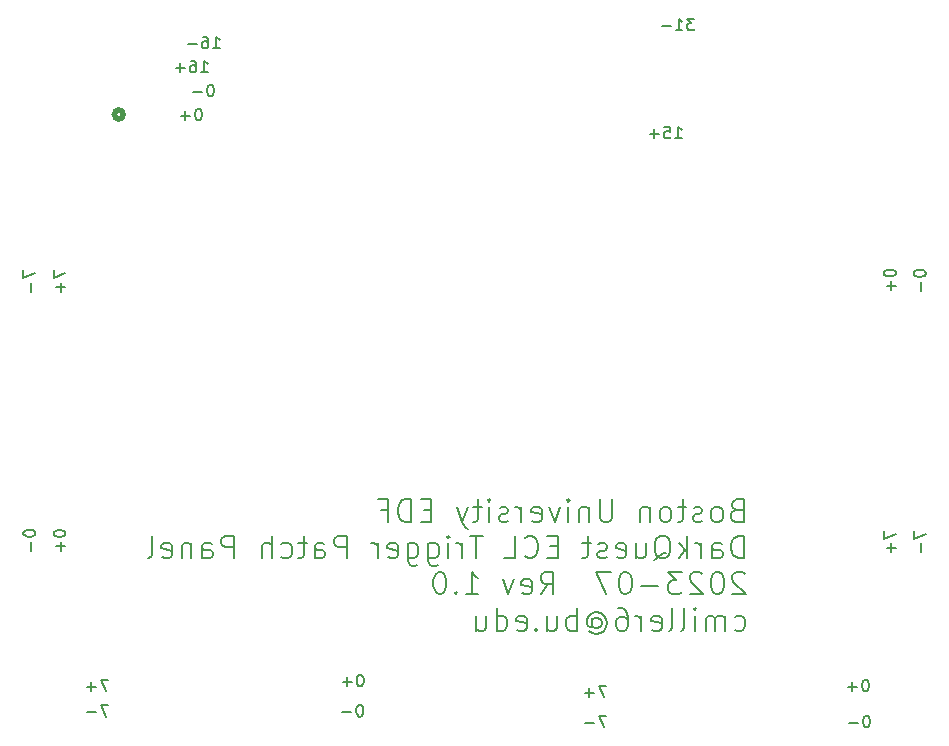
<source format=gbr>
%TF.GenerationSoftware,KiCad,Pcbnew,7.0.5-0*%
%TF.CreationDate,2023-07-18T13:45:43-04:00*%
%TF.ProjectId,quad_sipm,71756164-5f73-4697-906d-2e6b69636164,rev?*%
%TF.SameCoordinates,Original*%
%TF.FileFunction,Legend,Bot*%
%TF.FilePolarity,Positive*%
%FSLAX46Y46*%
G04 Gerber Fmt 4.6, Leading zero omitted, Abs format (unit mm)*
G04 Created by KiCad (PCBNEW 7.0.5-0) date 2023-07-18 13:45:43*
%MOMM*%
%LPD*%
G01*
G04 APERTURE LIST*
%ADD10C,0.150000*%
%ADD11C,0.203200*%
%ADD12C,0.508000*%
G04 APERTURE END LIST*
D10*
X118630458Y-59321819D02*
X118011411Y-59321819D01*
X118011411Y-59321819D02*
X118344744Y-59702771D01*
X118344744Y-59702771D02*
X118201887Y-59702771D01*
X118201887Y-59702771D02*
X118106649Y-59750390D01*
X118106649Y-59750390D02*
X118059030Y-59798009D01*
X118059030Y-59798009D02*
X118011411Y-59893247D01*
X118011411Y-59893247D02*
X118011411Y-60131342D01*
X118011411Y-60131342D02*
X118059030Y-60226580D01*
X118059030Y-60226580D02*
X118106649Y-60274200D01*
X118106649Y-60274200D02*
X118201887Y-60321819D01*
X118201887Y-60321819D02*
X118487601Y-60321819D01*
X118487601Y-60321819D02*
X118582839Y-60274200D01*
X118582839Y-60274200D02*
X118630458Y-60226580D01*
X117059030Y-60321819D02*
X117630458Y-60321819D01*
X117344744Y-60321819D02*
X117344744Y-59321819D01*
X117344744Y-59321819D02*
X117439982Y-59464676D01*
X117439982Y-59464676D02*
X117535220Y-59559914D01*
X117535220Y-59559914D02*
X117630458Y-59607533D01*
X116630458Y-59940866D02*
X115868554Y-59940866D01*
X116995411Y-69465819D02*
X117566839Y-69465819D01*
X117281125Y-69465819D02*
X117281125Y-68465819D01*
X117281125Y-68465819D02*
X117376363Y-68608676D01*
X117376363Y-68608676D02*
X117471601Y-68703914D01*
X117471601Y-68703914D02*
X117566839Y-68751533D01*
X116090649Y-68465819D02*
X116566839Y-68465819D01*
X116566839Y-68465819D02*
X116614458Y-68942009D01*
X116614458Y-68942009D02*
X116566839Y-68894390D01*
X116566839Y-68894390D02*
X116471601Y-68846771D01*
X116471601Y-68846771D02*
X116233506Y-68846771D01*
X116233506Y-68846771D02*
X116138268Y-68894390D01*
X116138268Y-68894390D02*
X116090649Y-68942009D01*
X116090649Y-68942009D02*
X116043030Y-69037247D01*
X116043030Y-69037247D02*
X116043030Y-69275342D01*
X116043030Y-69275342D02*
X116090649Y-69370580D01*
X116090649Y-69370580D02*
X116138268Y-69418200D01*
X116138268Y-69418200D02*
X116233506Y-69465819D01*
X116233506Y-69465819D02*
X116471601Y-69465819D01*
X116471601Y-69465819D02*
X116566839Y-69418200D01*
X116566839Y-69418200D02*
X116614458Y-69370580D01*
X115614458Y-69084866D02*
X114852554Y-69084866D01*
X115233506Y-69465819D02*
X115233506Y-68703914D01*
X77879411Y-61845819D02*
X78450839Y-61845819D01*
X78165125Y-61845819D02*
X78165125Y-60845819D01*
X78165125Y-60845819D02*
X78260363Y-60988676D01*
X78260363Y-60988676D02*
X78355601Y-61083914D01*
X78355601Y-61083914D02*
X78450839Y-61131533D01*
X77022268Y-60845819D02*
X77212744Y-60845819D01*
X77212744Y-60845819D02*
X77307982Y-60893438D01*
X77307982Y-60893438D02*
X77355601Y-60941057D01*
X77355601Y-60941057D02*
X77450839Y-61083914D01*
X77450839Y-61083914D02*
X77498458Y-61274390D01*
X77498458Y-61274390D02*
X77498458Y-61655342D01*
X77498458Y-61655342D02*
X77450839Y-61750580D01*
X77450839Y-61750580D02*
X77403220Y-61798200D01*
X77403220Y-61798200D02*
X77307982Y-61845819D01*
X77307982Y-61845819D02*
X77117506Y-61845819D01*
X77117506Y-61845819D02*
X77022268Y-61798200D01*
X77022268Y-61798200D02*
X76974649Y-61750580D01*
X76974649Y-61750580D02*
X76927030Y-61655342D01*
X76927030Y-61655342D02*
X76927030Y-61417247D01*
X76927030Y-61417247D02*
X76974649Y-61322009D01*
X76974649Y-61322009D02*
X77022268Y-61274390D01*
X77022268Y-61274390D02*
X77117506Y-61226771D01*
X77117506Y-61226771D02*
X77307982Y-61226771D01*
X77307982Y-61226771D02*
X77403220Y-61274390D01*
X77403220Y-61274390D02*
X77450839Y-61322009D01*
X77450839Y-61322009D02*
X77498458Y-61417247D01*
X76498458Y-61464866D02*
X75736554Y-61464866D01*
X76863411Y-63877819D02*
X77434839Y-63877819D01*
X77149125Y-63877819D02*
X77149125Y-62877819D01*
X77149125Y-62877819D02*
X77244363Y-63020676D01*
X77244363Y-63020676D02*
X77339601Y-63115914D01*
X77339601Y-63115914D02*
X77434839Y-63163533D01*
X76006268Y-62877819D02*
X76196744Y-62877819D01*
X76196744Y-62877819D02*
X76291982Y-62925438D01*
X76291982Y-62925438D02*
X76339601Y-62973057D01*
X76339601Y-62973057D02*
X76434839Y-63115914D01*
X76434839Y-63115914D02*
X76482458Y-63306390D01*
X76482458Y-63306390D02*
X76482458Y-63687342D01*
X76482458Y-63687342D02*
X76434839Y-63782580D01*
X76434839Y-63782580D02*
X76387220Y-63830200D01*
X76387220Y-63830200D02*
X76291982Y-63877819D01*
X76291982Y-63877819D02*
X76101506Y-63877819D01*
X76101506Y-63877819D02*
X76006268Y-63830200D01*
X76006268Y-63830200D02*
X75958649Y-63782580D01*
X75958649Y-63782580D02*
X75911030Y-63687342D01*
X75911030Y-63687342D02*
X75911030Y-63449247D01*
X75911030Y-63449247D02*
X75958649Y-63354009D01*
X75958649Y-63354009D02*
X76006268Y-63306390D01*
X76006268Y-63306390D02*
X76101506Y-63258771D01*
X76101506Y-63258771D02*
X76291982Y-63258771D01*
X76291982Y-63258771D02*
X76387220Y-63306390D01*
X76387220Y-63306390D02*
X76434839Y-63354009D01*
X76434839Y-63354009D02*
X76482458Y-63449247D01*
X75482458Y-63496866D02*
X74720554Y-63496866D01*
X75101506Y-63877819D02*
X75101506Y-63115914D01*
X77704744Y-64909819D02*
X77609506Y-64909819D01*
X77609506Y-64909819D02*
X77514268Y-64957438D01*
X77514268Y-64957438D02*
X77466649Y-65005057D01*
X77466649Y-65005057D02*
X77419030Y-65100295D01*
X77419030Y-65100295D02*
X77371411Y-65290771D01*
X77371411Y-65290771D02*
X77371411Y-65528866D01*
X77371411Y-65528866D02*
X77419030Y-65719342D01*
X77419030Y-65719342D02*
X77466649Y-65814580D01*
X77466649Y-65814580D02*
X77514268Y-65862200D01*
X77514268Y-65862200D02*
X77609506Y-65909819D01*
X77609506Y-65909819D02*
X77704744Y-65909819D01*
X77704744Y-65909819D02*
X77799982Y-65862200D01*
X77799982Y-65862200D02*
X77847601Y-65814580D01*
X77847601Y-65814580D02*
X77895220Y-65719342D01*
X77895220Y-65719342D02*
X77942839Y-65528866D01*
X77942839Y-65528866D02*
X77942839Y-65290771D01*
X77942839Y-65290771D02*
X77895220Y-65100295D01*
X77895220Y-65100295D02*
X77847601Y-65005057D01*
X77847601Y-65005057D02*
X77799982Y-64957438D01*
X77799982Y-64957438D02*
X77704744Y-64909819D01*
X76942839Y-65528866D02*
X76180935Y-65528866D01*
X76688744Y-66941819D02*
X76593506Y-66941819D01*
X76593506Y-66941819D02*
X76498268Y-66989438D01*
X76498268Y-66989438D02*
X76450649Y-67037057D01*
X76450649Y-67037057D02*
X76403030Y-67132295D01*
X76403030Y-67132295D02*
X76355411Y-67322771D01*
X76355411Y-67322771D02*
X76355411Y-67560866D01*
X76355411Y-67560866D02*
X76403030Y-67751342D01*
X76403030Y-67751342D02*
X76450649Y-67846580D01*
X76450649Y-67846580D02*
X76498268Y-67894200D01*
X76498268Y-67894200D02*
X76593506Y-67941819D01*
X76593506Y-67941819D02*
X76688744Y-67941819D01*
X76688744Y-67941819D02*
X76783982Y-67894200D01*
X76783982Y-67894200D02*
X76831601Y-67846580D01*
X76831601Y-67846580D02*
X76879220Y-67751342D01*
X76879220Y-67751342D02*
X76926839Y-67560866D01*
X76926839Y-67560866D02*
X76926839Y-67322771D01*
X76926839Y-67322771D02*
X76879220Y-67132295D01*
X76879220Y-67132295D02*
X76831601Y-67037057D01*
X76831601Y-67037057D02*
X76783982Y-66989438D01*
X76783982Y-66989438D02*
X76688744Y-66941819D01*
X75926839Y-67560866D02*
X75164935Y-67560866D01*
X75545887Y-67941819D02*
X75545887Y-67179914D01*
D11*
X122221744Y-100936290D02*
X121949601Y-101027004D01*
X121949601Y-101027004D02*
X121858887Y-101117718D01*
X121858887Y-101117718D02*
X121768173Y-101299147D01*
X121768173Y-101299147D02*
X121768173Y-101571290D01*
X121768173Y-101571290D02*
X121858887Y-101752718D01*
X121858887Y-101752718D02*
X121949601Y-101843433D01*
X121949601Y-101843433D02*
X122131030Y-101934147D01*
X122131030Y-101934147D02*
X122856744Y-101934147D01*
X122856744Y-101934147D02*
X122856744Y-100029147D01*
X122856744Y-100029147D02*
X122221744Y-100029147D01*
X122221744Y-100029147D02*
X122040316Y-100119861D01*
X122040316Y-100119861D02*
X121949601Y-100210575D01*
X121949601Y-100210575D02*
X121858887Y-100392004D01*
X121858887Y-100392004D02*
X121858887Y-100573433D01*
X121858887Y-100573433D02*
X121949601Y-100754861D01*
X121949601Y-100754861D02*
X122040316Y-100845575D01*
X122040316Y-100845575D02*
X122221744Y-100936290D01*
X122221744Y-100936290D02*
X122856744Y-100936290D01*
X120679601Y-101934147D02*
X120861030Y-101843433D01*
X120861030Y-101843433D02*
X120951744Y-101752718D01*
X120951744Y-101752718D02*
X121042458Y-101571290D01*
X121042458Y-101571290D02*
X121042458Y-101027004D01*
X121042458Y-101027004D02*
X120951744Y-100845575D01*
X120951744Y-100845575D02*
X120861030Y-100754861D01*
X120861030Y-100754861D02*
X120679601Y-100664147D01*
X120679601Y-100664147D02*
X120407458Y-100664147D01*
X120407458Y-100664147D02*
X120226030Y-100754861D01*
X120226030Y-100754861D02*
X120135316Y-100845575D01*
X120135316Y-100845575D02*
X120044601Y-101027004D01*
X120044601Y-101027004D02*
X120044601Y-101571290D01*
X120044601Y-101571290D02*
X120135316Y-101752718D01*
X120135316Y-101752718D02*
X120226030Y-101843433D01*
X120226030Y-101843433D02*
X120407458Y-101934147D01*
X120407458Y-101934147D02*
X120679601Y-101934147D01*
X119318887Y-101843433D02*
X119137459Y-101934147D01*
X119137459Y-101934147D02*
X118774602Y-101934147D01*
X118774602Y-101934147D02*
X118593173Y-101843433D01*
X118593173Y-101843433D02*
X118502459Y-101662004D01*
X118502459Y-101662004D02*
X118502459Y-101571290D01*
X118502459Y-101571290D02*
X118593173Y-101389861D01*
X118593173Y-101389861D02*
X118774602Y-101299147D01*
X118774602Y-101299147D02*
X119046745Y-101299147D01*
X119046745Y-101299147D02*
X119228173Y-101208433D01*
X119228173Y-101208433D02*
X119318887Y-101027004D01*
X119318887Y-101027004D02*
X119318887Y-100936290D01*
X119318887Y-100936290D02*
X119228173Y-100754861D01*
X119228173Y-100754861D02*
X119046745Y-100664147D01*
X119046745Y-100664147D02*
X118774602Y-100664147D01*
X118774602Y-100664147D02*
X118593173Y-100754861D01*
X117958173Y-100664147D02*
X117232459Y-100664147D01*
X117686030Y-100029147D02*
X117686030Y-101662004D01*
X117686030Y-101662004D02*
X117595316Y-101843433D01*
X117595316Y-101843433D02*
X117413887Y-101934147D01*
X117413887Y-101934147D02*
X117232459Y-101934147D01*
X116325316Y-101934147D02*
X116506745Y-101843433D01*
X116506745Y-101843433D02*
X116597459Y-101752718D01*
X116597459Y-101752718D02*
X116688173Y-101571290D01*
X116688173Y-101571290D02*
X116688173Y-101027004D01*
X116688173Y-101027004D02*
X116597459Y-100845575D01*
X116597459Y-100845575D02*
X116506745Y-100754861D01*
X116506745Y-100754861D02*
X116325316Y-100664147D01*
X116325316Y-100664147D02*
X116053173Y-100664147D01*
X116053173Y-100664147D02*
X115871745Y-100754861D01*
X115871745Y-100754861D02*
X115781031Y-100845575D01*
X115781031Y-100845575D02*
X115690316Y-101027004D01*
X115690316Y-101027004D02*
X115690316Y-101571290D01*
X115690316Y-101571290D02*
X115781031Y-101752718D01*
X115781031Y-101752718D02*
X115871745Y-101843433D01*
X115871745Y-101843433D02*
X116053173Y-101934147D01*
X116053173Y-101934147D02*
X116325316Y-101934147D01*
X114873888Y-100664147D02*
X114873888Y-101934147D01*
X114873888Y-100845575D02*
X114783174Y-100754861D01*
X114783174Y-100754861D02*
X114601745Y-100664147D01*
X114601745Y-100664147D02*
X114329602Y-100664147D01*
X114329602Y-100664147D02*
X114148174Y-100754861D01*
X114148174Y-100754861D02*
X114057460Y-100936290D01*
X114057460Y-100936290D02*
X114057460Y-101934147D01*
X111698888Y-100029147D02*
X111698888Y-101571290D01*
X111698888Y-101571290D02*
X111608174Y-101752718D01*
X111608174Y-101752718D02*
X111517460Y-101843433D01*
X111517460Y-101843433D02*
X111336031Y-101934147D01*
X111336031Y-101934147D02*
X110973174Y-101934147D01*
X110973174Y-101934147D02*
X110791745Y-101843433D01*
X110791745Y-101843433D02*
X110701031Y-101752718D01*
X110701031Y-101752718D02*
X110610317Y-101571290D01*
X110610317Y-101571290D02*
X110610317Y-100029147D01*
X109703174Y-100664147D02*
X109703174Y-101934147D01*
X109703174Y-100845575D02*
X109612460Y-100754861D01*
X109612460Y-100754861D02*
X109431031Y-100664147D01*
X109431031Y-100664147D02*
X109158888Y-100664147D01*
X109158888Y-100664147D02*
X108977460Y-100754861D01*
X108977460Y-100754861D02*
X108886746Y-100936290D01*
X108886746Y-100936290D02*
X108886746Y-101934147D01*
X107979603Y-101934147D02*
X107979603Y-100664147D01*
X107979603Y-100029147D02*
X108070317Y-100119861D01*
X108070317Y-100119861D02*
X107979603Y-100210575D01*
X107979603Y-100210575D02*
X107888889Y-100119861D01*
X107888889Y-100119861D02*
X107979603Y-100029147D01*
X107979603Y-100029147D02*
X107979603Y-100210575D01*
X107253889Y-100664147D02*
X106800317Y-101934147D01*
X106800317Y-101934147D02*
X106346746Y-100664147D01*
X104895317Y-101843433D02*
X105076745Y-101934147D01*
X105076745Y-101934147D02*
X105439603Y-101934147D01*
X105439603Y-101934147D02*
X105621031Y-101843433D01*
X105621031Y-101843433D02*
X105711745Y-101662004D01*
X105711745Y-101662004D02*
X105711745Y-100936290D01*
X105711745Y-100936290D02*
X105621031Y-100754861D01*
X105621031Y-100754861D02*
X105439603Y-100664147D01*
X105439603Y-100664147D02*
X105076745Y-100664147D01*
X105076745Y-100664147D02*
X104895317Y-100754861D01*
X104895317Y-100754861D02*
X104804603Y-100936290D01*
X104804603Y-100936290D02*
X104804603Y-101117718D01*
X104804603Y-101117718D02*
X105711745Y-101299147D01*
X103988174Y-101934147D02*
X103988174Y-100664147D01*
X103988174Y-101027004D02*
X103897460Y-100845575D01*
X103897460Y-100845575D02*
X103806746Y-100754861D01*
X103806746Y-100754861D02*
X103625317Y-100664147D01*
X103625317Y-100664147D02*
X103443888Y-100664147D01*
X102899602Y-101843433D02*
X102718174Y-101934147D01*
X102718174Y-101934147D02*
X102355317Y-101934147D01*
X102355317Y-101934147D02*
X102173888Y-101843433D01*
X102173888Y-101843433D02*
X102083174Y-101662004D01*
X102083174Y-101662004D02*
X102083174Y-101571290D01*
X102083174Y-101571290D02*
X102173888Y-101389861D01*
X102173888Y-101389861D02*
X102355317Y-101299147D01*
X102355317Y-101299147D02*
X102627460Y-101299147D01*
X102627460Y-101299147D02*
X102808888Y-101208433D01*
X102808888Y-101208433D02*
X102899602Y-101027004D01*
X102899602Y-101027004D02*
X102899602Y-100936290D01*
X102899602Y-100936290D02*
X102808888Y-100754861D01*
X102808888Y-100754861D02*
X102627460Y-100664147D01*
X102627460Y-100664147D02*
X102355317Y-100664147D01*
X102355317Y-100664147D02*
X102173888Y-100754861D01*
X101266745Y-101934147D02*
X101266745Y-100664147D01*
X101266745Y-100029147D02*
X101357459Y-100119861D01*
X101357459Y-100119861D02*
X101266745Y-100210575D01*
X101266745Y-100210575D02*
X101176031Y-100119861D01*
X101176031Y-100119861D02*
X101266745Y-100029147D01*
X101266745Y-100029147D02*
X101266745Y-100210575D01*
X100631745Y-100664147D02*
X99906031Y-100664147D01*
X100359602Y-100029147D02*
X100359602Y-101662004D01*
X100359602Y-101662004D02*
X100268888Y-101843433D01*
X100268888Y-101843433D02*
X100087459Y-101934147D01*
X100087459Y-101934147D02*
X99906031Y-101934147D01*
X99452460Y-100664147D02*
X98998888Y-101934147D01*
X98545317Y-100664147D02*
X98998888Y-101934147D01*
X98998888Y-101934147D02*
X99180317Y-102387718D01*
X99180317Y-102387718D02*
X99271031Y-102478433D01*
X99271031Y-102478433D02*
X99452460Y-102569147D01*
X96368173Y-100936290D02*
X95733173Y-100936290D01*
X95461030Y-101934147D02*
X96368173Y-101934147D01*
X96368173Y-101934147D02*
X96368173Y-100029147D01*
X96368173Y-100029147D02*
X95461030Y-100029147D01*
X94644602Y-101934147D02*
X94644602Y-100029147D01*
X94644602Y-100029147D02*
X94191031Y-100029147D01*
X94191031Y-100029147D02*
X93918888Y-100119861D01*
X93918888Y-100119861D02*
X93737459Y-100301290D01*
X93737459Y-100301290D02*
X93646745Y-100482718D01*
X93646745Y-100482718D02*
X93556031Y-100845575D01*
X93556031Y-100845575D02*
X93556031Y-101117718D01*
X93556031Y-101117718D02*
X93646745Y-101480575D01*
X93646745Y-101480575D02*
X93737459Y-101662004D01*
X93737459Y-101662004D02*
X93918888Y-101843433D01*
X93918888Y-101843433D02*
X94191031Y-101934147D01*
X94191031Y-101934147D02*
X94644602Y-101934147D01*
X92104602Y-100936290D02*
X92739602Y-100936290D01*
X92739602Y-101934147D02*
X92739602Y-100029147D01*
X92739602Y-100029147D02*
X91832459Y-100029147D01*
X122856744Y-105001197D02*
X122856744Y-103096197D01*
X122856744Y-103096197D02*
X122403173Y-103096197D01*
X122403173Y-103096197D02*
X122131030Y-103186911D01*
X122131030Y-103186911D02*
X121949601Y-103368340D01*
X121949601Y-103368340D02*
X121858887Y-103549768D01*
X121858887Y-103549768D02*
X121768173Y-103912625D01*
X121768173Y-103912625D02*
X121768173Y-104184768D01*
X121768173Y-104184768D02*
X121858887Y-104547625D01*
X121858887Y-104547625D02*
X121949601Y-104729054D01*
X121949601Y-104729054D02*
X122131030Y-104910483D01*
X122131030Y-104910483D02*
X122403173Y-105001197D01*
X122403173Y-105001197D02*
X122856744Y-105001197D01*
X120135316Y-105001197D02*
X120135316Y-104003340D01*
X120135316Y-104003340D02*
X120226030Y-103821911D01*
X120226030Y-103821911D02*
X120407458Y-103731197D01*
X120407458Y-103731197D02*
X120770316Y-103731197D01*
X120770316Y-103731197D02*
X120951744Y-103821911D01*
X120135316Y-104910483D02*
X120316744Y-105001197D01*
X120316744Y-105001197D02*
X120770316Y-105001197D01*
X120770316Y-105001197D02*
X120951744Y-104910483D01*
X120951744Y-104910483D02*
X121042458Y-104729054D01*
X121042458Y-104729054D02*
X121042458Y-104547625D01*
X121042458Y-104547625D02*
X120951744Y-104366197D01*
X120951744Y-104366197D02*
X120770316Y-104275483D01*
X120770316Y-104275483D02*
X120316744Y-104275483D01*
X120316744Y-104275483D02*
X120135316Y-104184768D01*
X119228173Y-105001197D02*
X119228173Y-103731197D01*
X119228173Y-104094054D02*
X119137459Y-103912625D01*
X119137459Y-103912625D02*
X119046745Y-103821911D01*
X119046745Y-103821911D02*
X118865316Y-103731197D01*
X118865316Y-103731197D02*
X118683887Y-103731197D01*
X118048887Y-105001197D02*
X118048887Y-103096197D01*
X117867459Y-104275483D02*
X117323173Y-105001197D01*
X117323173Y-103731197D02*
X118048887Y-104456911D01*
X115236744Y-105182625D02*
X115418173Y-105091911D01*
X115418173Y-105091911D02*
X115599601Y-104910483D01*
X115599601Y-104910483D02*
X115871744Y-104638340D01*
X115871744Y-104638340D02*
X116053173Y-104547625D01*
X116053173Y-104547625D02*
X116234601Y-104547625D01*
X116143887Y-105001197D02*
X116325316Y-104910483D01*
X116325316Y-104910483D02*
X116506744Y-104729054D01*
X116506744Y-104729054D02*
X116597458Y-104366197D01*
X116597458Y-104366197D02*
X116597458Y-103731197D01*
X116597458Y-103731197D02*
X116506744Y-103368340D01*
X116506744Y-103368340D02*
X116325316Y-103186911D01*
X116325316Y-103186911D02*
X116143887Y-103096197D01*
X116143887Y-103096197D02*
X115781030Y-103096197D01*
X115781030Y-103096197D02*
X115599601Y-103186911D01*
X115599601Y-103186911D02*
X115418173Y-103368340D01*
X115418173Y-103368340D02*
X115327458Y-103731197D01*
X115327458Y-103731197D02*
X115327458Y-104366197D01*
X115327458Y-104366197D02*
X115418173Y-104729054D01*
X115418173Y-104729054D02*
X115599601Y-104910483D01*
X115599601Y-104910483D02*
X115781030Y-105001197D01*
X115781030Y-105001197D02*
X116143887Y-105001197D01*
X113694602Y-103731197D02*
X113694602Y-105001197D01*
X114511030Y-103731197D02*
X114511030Y-104729054D01*
X114511030Y-104729054D02*
X114420316Y-104910483D01*
X114420316Y-104910483D02*
X114238887Y-105001197D01*
X114238887Y-105001197D02*
X113966744Y-105001197D01*
X113966744Y-105001197D02*
X113785316Y-104910483D01*
X113785316Y-104910483D02*
X113694602Y-104819768D01*
X112061745Y-104910483D02*
X112243173Y-105001197D01*
X112243173Y-105001197D02*
X112606031Y-105001197D01*
X112606031Y-105001197D02*
X112787459Y-104910483D01*
X112787459Y-104910483D02*
X112878173Y-104729054D01*
X112878173Y-104729054D02*
X112878173Y-104003340D01*
X112878173Y-104003340D02*
X112787459Y-103821911D01*
X112787459Y-103821911D02*
X112606031Y-103731197D01*
X112606031Y-103731197D02*
X112243173Y-103731197D01*
X112243173Y-103731197D02*
X112061745Y-103821911D01*
X112061745Y-103821911D02*
X111971031Y-104003340D01*
X111971031Y-104003340D02*
X111971031Y-104184768D01*
X111971031Y-104184768D02*
X112878173Y-104366197D01*
X111245316Y-104910483D02*
X111063888Y-105001197D01*
X111063888Y-105001197D02*
X110701031Y-105001197D01*
X110701031Y-105001197D02*
X110519602Y-104910483D01*
X110519602Y-104910483D02*
X110428888Y-104729054D01*
X110428888Y-104729054D02*
X110428888Y-104638340D01*
X110428888Y-104638340D02*
X110519602Y-104456911D01*
X110519602Y-104456911D02*
X110701031Y-104366197D01*
X110701031Y-104366197D02*
X110973174Y-104366197D01*
X110973174Y-104366197D02*
X111154602Y-104275483D01*
X111154602Y-104275483D02*
X111245316Y-104094054D01*
X111245316Y-104094054D02*
X111245316Y-104003340D01*
X111245316Y-104003340D02*
X111154602Y-103821911D01*
X111154602Y-103821911D02*
X110973174Y-103731197D01*
X110973174Y-103731197D02*
X110701031Y-103731197D01*
X110701031Y-103731197D02*
X110519602Y-103821911D01*
X109884602Y-103731197D02*
X109158888Y-103731197D01*
X109612459Y-103096197D02*
X109612459Y-104729054D01*
X109612459Y-104729054D02*
X109521745Y-104910483D01*
X109521745Y-104910483D02*
X109340316Y-105001197D01*
X109340316Y-105001197D02*
X109158888Y-105001197D01*
X107072459Y-104003340D02*
X106437459Y-104003340D01*
X106165316Y-105001197D02*
X107072459Y-105001197D01*
X107072459Y-105001197D02*
X107072459Y-103096197D01*
X107072459Y-103096197D02*
X106165316Y-103096197D01*
X104260317Y-104819768D02*
X104351031Y-104910483D01*
X104351031Y-104910483D02*
X104623174Y-105001197D01*
X104623174Y-105001197D02*
X104804602Y-105001197D01*
X104804602Y-105001197D02*
X105076745Y-104910483D01*
X105076745Y-104910483D02*
X105258174Y-104729054D01*
X105258174Y-104729054D02*
X105348888Y-104547625D01*
X105348888Y-104547625D02*
X105439602Y-104184768D01*
X105439602Y-104184768D02*
X105439602Y-103912625D01*
X105439602Y-103912625D02*
X105348888Y-103549768D01*
X105348888Y-103549768D02*
X105258174Y-103368340D01*
X105258174Y-103368340D02*
X105076745Y-103186911D01*
X105076745Y-103186911D02*
X104804602Y-103096197D01*
X104804602Y-103096197D02*
X104623174Y-103096197D01*
X104623174Y-103096197D02*
X104351031Y-103186911D01*
X104351031Y-103186911D02*
X104260317Y-103277625D01*
X102536745Y-105001197D02*
X103443888Y-105001197D01*
X103443888Y-105001197D02*
X103443888Y-103096197D01*
X100722459Y-103096197D02*
X99633888Y-103096197D01*
X100178173Y-105001197D02*
X100178173Y-103096197D01*
X98998887Y-105001197D02*
X98998887Y-103731197D01*
X98998887Y-104094054D02*
X98908173Y-103912625D01*
X98908173Y-103912625D02*
X98817459Y-103821911D01*
X98817459Y-103821911D02*
X98636030Y-103731197D01*
X98636030Y-103731197D02*
X98454601Y-103731197D01*
X97819601Y-105001197D02*
X97819601Y-103731197D01*
X97819601Y-103096197D02*
X97910315Y-103186911D01*
X97910315Y-103186911D02*
X97819601Y-103277625D01*
X97819601Y-103277625D02*
X97728887Y-103186911D01*
X97728887Y-103186911D02*
X97819601Y-103096197D01*
X97819601Y-103096197D02*
X97819601Y-103277625D01*
X96096030Y-103731197D02*
X96096030Y-105273340D01*
X96096030Y-105273340D02*
X96186744Y-105454768D01*
X96186744Y-105454768D02*
X96277458Y-105545483D01*
X96277458Y-105545483D02*
X96458887Y-105636197D01*
X96458887Y-105636197D02*
X96731030Y-105636197D01*
X96731030Y-105636197D02*
X96912458Y-105545483D01*
X96096030Y-104910483D02*
X96277458Y-105001197D01*
X96277458Y-105001197D02*
X96640315Y-105001197D01*
X96640315Y-105001197D02*
X96821744Y-104910483D01*
X96821744Y-104910483D02*
X96912458Y-104819768D01*
X96912458Y-104819768D02*
X97003172Y-104638340D01*
X97003172Y-104638340D02*
X97003172Y-104094054D01*
X97003172Y-104094054D02*
X96912458Y-103912625D01*
X96912458Y-103912625D02*
X96821744Y-103821911D01*
X96821744Y-103821911D02*
X96640315Y-103731197D01*
X96640315Y-103731197D02*
X96277458Y-103731197D01*
X96277458Y-103731197D02*
X96096030Y-103821911D01*
X94372459Y-103731197D02*
X94372459Y-105273340D01*
X94372459Y-105273340D02*
X94463173Y-105454768D01*
X94463173Y-105454768D02*
X94553887Y-105545483D01*
X94553887Y-105545483D02*
X94735316Y-105636197D01*
X94735316Y-105636197D02*
X95007459Y-105636197D01*
X95007459Y-105636197D02*
X95188887Y-105545483D01*
X94372459Y-104910483D02*
X94553887Y-105001197D01*
X94553887Y-105001197D02*
X94916744Y-105001197D01*
X94916744Y-105001197D02*
X95098173Y-104910483D01*
X95098173Y-104910483D02*
X95188887Y-104819768D01*
X95188887Y-104819768D02*
X95279601Y-104638340D01*
X95279601Y-104638340D02*
X95279601Y-104094054D01*
X95279601Y-104094054D02*
X95188887Y-103912625D01*
X95188887Y-103912625D02*
X95098173Y-103821911D01*
X95098173Y-103821911D02*
X94916744Y-103731197D01*
X94916744Y-103731197D02*
X94553887Y-103731197D01*
X94553887Y-103731197D02*
X94372459Y-103821911D01*
X92739602Y-104910483D02*
X92921030Y-105001197D01*
X92921030Y-105001197D02*
X93283888Y-105001197D01*
X93283888Y-105001197D02*
X93465316Y-104910483D01*
X93465316Y-104910483D02*
X93556030Y-104729054D01*
X93556030Y-104729054D02*
X93556030Y-104003340D01*
X93556030Y-104003340D02*
X93465316Y-103821911D01*
X93465316Y-103821911D02*
X93283888Y-103731197D01*
X93283888Y-103731197D02*
X92921030Y-103731197D01*
X92921030Y-103731197D02*
X92739602Y-103821911D01*
X92739602Y-103821911D02*
X92648888Y-104003340D01*
X92648888Y-104003340D02*
X92648888Y-104184768D01*
X92648888Y-104184768D02*
X93556030Y-104366197D01*
X91832459Y-105001197D02*
X91832459Y-103731197D01*
X91832459Y-104094054D02*
X91741745Y-103912625D01*
X91741745Y-103912625D02*
X91651031Y-103821911D01*
X91651031Y-103821911D02*
X91469602Y-103731197D01*
X91469602Y-103731197D02*
X91288173Y-103731197D01*
X89201744Y-105001197D02*
X89201744Y-103096197D01*
X89201744Y-103096197D02*
X88476030Y-103096197D01*
X88476030Y-103096197D02*
X88294601Y-103186911D01*
X88294601Y-103186911D02*
X88203887Y-103277625D01*
X88203887Y-103277625D02*
X88113173Y-103459054D01*
X88113173Y-103459054D02*
X88113173Y-103731197D01*
X88113173Y-103731197D02*
X88203887Y-103912625D01*
X88203887Y-103912625D02*
X88294601Y-104003340D01*
X88294601Y-104003340D02*
X88476030Y-104094054D01*
X88476030Y-104094054D02*
X89201744Y-104094054D01*
X86480316Y-105001197D02*
X86480316Y-104003340D01*
X86480316Y-104003340D02*
X86571030Y-103821911D01*
X86571030Y-103821911D02*
X86752458Y-103731197D01*
X86752458Y-103731197D02*
X87115316Y-103731197D01*
X87115316Y-103731197D02*
X87296744Y-103821911D01*
X86480316Y-104910483D02*
X86661744Y-105001197D01*
X86661744Y-105001197D02*
X87115316Y-105001197D01*
X87115316Y-105001197D02*
X87296744Y-104910483D01*
X87296744Y-104910483D02*
X87387458Y-104729054D01*
X87387458Y-104729054D02*
X87387458Y-104547625D01*
X87387458Y-104547625D02*
X87296744Y-104366197D01*
X87296744Y-104366197D02*
X87115316Y-104275483D01*
X87115316Y-104275483D02*
X86661744Y-104275483D01*
X86661744Y-104275483D02*
X86480316Y-104184768D01*
X85845316Y-103731197D02*
X85119602Y-103731197D01*
X85573173Y-103096197D02*
X85573173Y-104729054D01*
X85573173Y-104729054D02*
X85482459Y-104910483D01*
X85482459Y-104910483D02*
X85301030Y-105001197D01*
X85301030Y-105001197D02*
X85119602Y-105001197D01*
X83668174Y-104910483D02*
X83849602Y-105001197D01*
X83849602Y-105001197D02*
X84212459Y-105001197D01*
X84212459Y-105001197D02*
X84393888Y-104910483D01*
X84393888Y-104910483D02*
X84484602Y-104819768D01*
X84484602Y-104819768D02*
X84575316Y-104638340D01*
X84575316Y-104638340D02*
X84575316Y-104094054D01*
X84575316Y-104094054D02*
X84484602Y-103912625D01*
X84484602Y-103912625D02*
X84393888Y-103821911D01*
X84393888Y-103821911D02*
X84212459Y-103731197D01*
X84212459Y-103731197D02*
X83849602Y-103731197D01*
X83849602Y-103731197D02*
X83668174Y-103821911D01*
X82851745Y-105001197D02*
X82851745Y-103096197D01*
X82035317Y-105001197D02*
X82035317Y-104003340D01*
X82035317Y-104003340D02*
X82126031Y-103821911D01*
X82126031Y-103821911D02*
X82307459Y-103731197D01*
X82307459Y-103731197D02*
X82579602Y-103731197D01*
X82579602Y-103731197D02*
X82761031Y-103821911D01*
X82761031Y-103821911D02*
X82851745Y-103912625D01*
X79676745Y-105001197D02*
X79676745Y-103096197D01*
X79676745Y-103096197D02*
X78951031Y-103096197D01*
X78951031Y-103096197D02*
X78769602Y-103186911D01*
X78769602Y-103186911D02*
X78678888Y-103277625D01*
X78678888Y-103277625D02*
X78588174Y-103459054D01*
X78588174Y-103459054D02*
X78588174Y-103731197D01*
X78588174Y-103731197D02*
X78678888Y-103912625D01*
X78678888Y-103912625D02*
X78769602Y-104003340D01*
X78769602Y-104003340D02*
X78951031Y-104094054D01*
X78951031Y-104094054D02*
X79676745Y-104094054D01*
X76955317Y-105001197D02*
X76955317Y-104003340D01*
X76955317Y-104003340D02*
X77046031Y-103821911D01*
X77046031Y-103821911D02*
X77227459Y-103731197D01*
X77227459Y-103731197D02*
X77590317Y-103731197D01*
X77590317Y-103731197D02*
X77771745Y-103821911D01*
X76955317Y-104910483D02*
X77136745Y-105001197D01*
X77136745Y-105001197D02*
X77590317Y-105001197D01*
X77590317Y-105001197D02*
X77771745Y-104910483D01*
X77771745Y-104910483D02*
X77862459Y-104729054D01*
X77862459Y-104729054D02*
X77862459Y-104547625D01*
X77862459Y-104547625D02*
X77771745Y-104366197D01*
X77771745Y-104366197D02*
X77590317Y-104275483D01*
X77590317Y-104275483D02*
X77136745Y-104275483D01*
X77136745Y-104275483D02*
X76955317Y-104184768D01*
X76048174Y-103731197D02*
X76048174Y-105001197D01*
X76048174Y-103912625D02*
X75957460Y-103821911D01*
X75957460Y-103821911D02*
X75776031Y-103731197D01*
X75776031Y-103731197D02*
X75503888Y-103731197D01*
X75503888Y-103731197D02*
X75322460Y-103821911D01*
X75322460Y-103821911D02*
X75231746Y-104003340D01*
X75231746Y-104003340D02*
X75231746Y-105001197D01*
X73598889Y-104910483D02*
X73780317Y-105001197D01*
X73780317Y-105001197D02*
X74143175Y-105001197D01*
X74143175Y-105001197D02*
X74324603Y-104910483D01*
X74324603Y-104910483D02*
X74415317Y-104729054D01*
X74415317Y-104729054D02*
X74415317Y-104003340D01*
X74415317Y-104003340D02*
X74324603Y-103821911D01*
X74324603Y-103821911D02*
X74143175Y-103731197D01*
X74143175Y-103731197D02*
X73780317Y-103731197D01*
X73780317Y-103731197D02*
X73598889Y-103821911D01*
X73598889Y-103821911D02*
X73508175Y-104003340D01*
X73508175Y-104003340D02*
X73508175Y-104184768D01*
X73508175Y-104184768D02*
X74415317Y-104366197D01*
X72419603Y-105001197D02*
X72601032Y-104910483D01*
X72601032Y-104910483D02*
X72691746Y-104729054D01*
X72691746Y-104729054D02*
X72691746Y-103096197D01*
X122947458Y-106344675D02*
X122856744Y-106253961D01*
X122856744Y-106253961D02*
X122675316Y-106163247D01*
X122675316Y-106163247D02*
X122221744Y-106163247D01*
X122221744Y-106163247D02*
X122040316Y-106253961D01*
X122040316Y-106253961D02*
X121949601Y-106344675D01*
X121949601Y-106344675D02*
X121858887Y-106526104D01*
X121858887Y-106526104D02*
X121858887Y-106707533D01*
X121858887Y-106707533D02*
X121949601Y-106979675D01*
X121949601Y-106979675D02*
X123038173Y-108068247D01*
X123038173Y-108068247D02*
X121858887Y-108068247D01*
X120679601Y-106163247D02*
X120498172Y-106163247D01*
X120498172Y-106163247D02*
X120316744Y-106253961D01*
X120316744Y-106253961D02*
X120226030Y-106344675D01*
X120226030Y-106344675D02*
X120135315Y-106526104D01*
X120135315Y-106526104D02*
X120044601Y-106888961D01*
X120044601Y-106888961D02*
X120044601Y-107342533D01*
X120044601Y-107342533D02*
X120135315Y-107705390D01*
X120135315Y-107705390D02*
X120226030Y-107886818D01*
X120226030Y-107886818D02*
X120316744Y-107977533D01*
X120316744Y-107977533D02*
X120498172Y-108068247D01*
X120498172Y-108068247D02*
X120679601Y-108068247D01*
X120679601Y-108068247D02*
X120861030Y-107977533D01*
X120861030Y-107977533D02*
X120951744Y-107886818D01*
X120951744Y-107886818D02*
X121042458Y-107705390D01*
X121042458Y-107705390D02*
X121133172Y-107342533D01*
X121133172Y-107342533D02*
X121133172Y-106888961D01*
X121133172Y-106888961D02*
X121042458Y-106526104D01*
X121042458Y-106526104D02*
X120951744Y-106344675D01*
X120951744Y-106344675D02*
X120861030Y-106253961D01*
X120861030Y-106253961D02*
X120679601Y-106163247D01*
X119318886Y-106344675D02*
X119228172Y-106253961D01*
X119228172Y-106253961D02*
X119046744Y-106163247D01*
X119046744Y-106163247D02*
X118593172Y-106163247D01*
X118593172Y-106163247D02*
X118411744Y-106253961D01*
X118411744Y-106253961D02*
X118321029Y-106344675D01*
X118321029Y-106344675D02*
X118230315Y-106526104D01*
X118230315Y-106526104D02*
X118230315Y-106707533D01*
X118230315Y-106707533D02*
X118321029Y-106979675D01*
X118321029Y-106979675D02*
X119409601Y-108068247D01*
X119409601Y-108068247D02*
X118230315Y-108068247D01*
X117595315Y-106163247D02*
X116416029Y-106163247D01*
X116416029Y-106163247D02*
X117051029Y-106888961D01*
X117051029Y-106888961D02*
X116778886Y-106888961D01*
X116778886Y-106888961D02*
X116597458Y-106979675D01*
X116597458Y-106979675D02*
X116506743Y-107070390D01*
X116506743Y-107070390D02*
X116416029Y-107251818D01*
X116416029Y-107251818D02*
X116416029Y-107705390D01*
X116416029Y-107705390D02*
X116506743Y-107886818D01*
X116506743Y-107886818D02*
X116597458Y-107977533D01*
X116597458Y-107977533D02*
X116778886Y-108068247D01*
X116778886Y-108068247D02*
X117323172Y-108068247D01*
X117323172Y-108068247D02*
X117504600Y-107977533D01*
X117504600Y-107977533D02*
X117595315Y-107886818D01*
X115599600Y-107342533D02*
X114148172Y-107342533D01*
X112878172Y-106163247D02*
X112696743Y-106163247D01*
X112696743Y-106163247D02*
X112515315Y-106253961D01*
X112515315Y-106253961D02*
X112424601Y-106344675D01*
X112424601Y-106344675D02*
X112333886Y-106526104D01*
X112333886Y-106526104D02*
X112243172Y-106888961D01*
X112243172Y-106888961D02*
X112243172Y-107342533D01*
X112243172Y-107342533D02*
X112333886Y-107705390D01*
X112333886Y-107705390D02*
X112424601Y-107886818D01*
X112424601Y-107886818D02*
X112515315Y-107977533D01*
X112515315Y-107977533D02*
X112696743Y-108068247D01*
X112696743Y-108068247D02*
X112878172Y-108068247D01*
X112878172Y-108068247D02*
X113059601Y-107977533D01*
X113059601Y-107977533D02*
X113150315Y-107886818D01*
X113150315Y-107886818D02*
X113241029Y-107705390D01*
X113241029Y-107705390D02*
X113331743Y-107342533D01*
X113331743Y-107342533D02*
X113331743Y-106888961D01*
X113331743Y-106888961D02*
X113241029Y-106526104D01*
X113241029Y-106526104D02*
X113150315Y-106344675D01*
X113150315Y-106344675D02*
X113059601Y-106253961D01*
X113059601Y-106253961D02*
X112878172Y-106163247D01*
X111608172Y-106163247D02*
X110338172Y-106163247D01*
X110338172Y-106163247D02*
X111154600Y-108068247D01*
X105621028Y-108068247D02*
X106256028Y-107161104D01*
X106709599Y-108068247D02*
X106709599Y-106163247D01*
X106709599Y-106163247D02*
X105983885Y-106163247D01*
X105983885Y-106163247D02*
X105802456Y-106253961D01*
X105802456Y-106253961D02*
X105711742Y-106344675D01*
X105711742Y-106344675D02*
X105621028Y-106526104D01*
X105621028Y-106526104D02*
X105621028Y-106798247D01*
X105621028Y-106798247D02*
X105711742Y-106979675D01*
X105711742Y-106979675D02*
X105802456Y-107070390D01*
X105802456Y-107070390D02*
X105983885Y-107161104D01*
X105983885Y-107161104D02*
X106709599Y-107161104D01*
X104078885Y-107977533D02*
X104260313Y-108068247D01*
X104260313Y-108068247D02*
X104623171Y-108068247D01*
X104623171Y-108068247D02*
X104804599Y-107977533D01*
X104804599Y-107977533D02*
X104895313Y-107796104D01*
X104895313Y-107796104D02*
X104895313Y-107070390D01*
X104895313Y-107070390D02*
X104804599Y-106888961D01*
X104804599Y-106888961D02*
X104623171Y-106798247D01*
X104623171Y-106798247D02*
X104260313Y-106798247D01*
X104260313Y-106798247D02*
X104078885Y-106888961D01*
X104078885Y-106888961D02*
X103988171Y-107070390D01*
X103988171Y-107070390D02*
X103988171Y-107251818D01*
X103988171Y-107251818D02*
X104895313Y-107433247D01*
X103353171Y-106798247D02*
X102899599Y-108068247D01*
X102899599Y-108068247D02*
X102446028Y-106798247D01*
X99271027Y-108068247D02*
X100359598Y-108068247D01*
X99815313Y-108068247D02*
X99815313Y-106163247D01*
X99815313Y-106163247D02*
X99996741Y-106435390D01*
X99996741Y-106435390D02*
X100178170Y-106616818D01*
X100178170Y-106616818D02*
X100359598Y-106707533D01*
X98454598Y-107886818D02*
X98363884Y-107977533D01*
X98363884Y-107977533D02*
X98454598Y-108068247D01*
X98454598Y-108068247D02*
X98545312Y-107977533D01*
X98545312Y-107977533D02*
X98454598Y-107886818D01*
X98454598Y-107886818D02*
X98454598Y-108068247D01*
X97184598Y-106163247D02*
X97003169Y-106163247D01*
X97003169Y-106163247D02*
X96821741Y-106253961D01*
X96821741Y-106253961D02*
X96731027Y-106344675D01*
X96731027Y-106344675D02*
X96640312Y-106526104D01*
X96640312Y-106526104D02*
X96549598Y-106888961D01*
X96549598Y-106888961D02*
X96549598Y-107342533D01*
X96549598Y-107342533D02*
X96640312Y-107705390D01*
X96640312Y-107705390D02*
X96731027Y-107886818D01*
X96731027Y-107886818D02*
X96821741Y-107977533D01*
X96821741Y-107977533D02*
X97003169Y-108068247D01*
X97003169Y-108068247D02*
X97184598Y-108068247D01*
X97184598Y-108068247D02*
X97366027Y-107977533D01*
X97366027Y-107977533D02*
X97456741Y-107886818D01*
X97456741Y-107886818D02*
X97547455Y-107705390D01*
X97547455Y-107705390D02*
X97638169Y-107342533D01*
X97638169Y-107342533D02*
X97638169Y-106888961D01*
X97638169Y-106888961D02*
X97547455Y-106526104D01*
X97547455Y-106526104D02*
X97456741Y-106344675D01*
X97456741Y-106344675D02*
X97366027Y-106253961D01*
X97366027Y-106253961D02*
X97184598Y-106163247D01*
X122040316Y-111044583D02*
X122221744Y-111135297D01*
X122221744Y-111135297D02*
X122584601Y-111135297D01*
X122584601Y-111135297D02*
X122766030Y-111044583D01*
X122766030Y-111044583D02*
X122856744Y-110953868D01*
X122856744Y-110953868D02*
X122947458Y-110772440D01*
X122947458Y-110772440D02*
X122947458Y-110228154D01*
X122947458Y-110228154D02*
X122856744Y-110046725D01*
X122856744Y-110046725D02*
X122766030Y-109956011D01*
X122766030Y-109956011D02*
X122584601Y-109865297D01*
X122584601Y-109865297D02*
X122221744Y-109865297D01*
X122221744Y-109865297D02*
X122040316Y-109956011D01*
X121223887Y-111135297D02*
X121223887Y-109865297D01*
X121223887Y-110046725D02*
X121133173Y-109956011D01*
X121133173Y-109956011D02*
X120951744Y-109865297D01*
X120951744Y-109865297D02*
X120679601Y-109865297D01*
X120679601Y-109865297D02*
X120498173Y-109956011D01*
X120498173Y-109956011D02*
X120407459Y-110137440D01*
X120407459Y-110137440D02*
X120407459Y-111135297D01*
X120407459Y-110137440D02*
X120316744Y-109956011D01*
X120316744Y-109956011D02*
X120135316Y-109865297D01*
X120135316Y-109865297D02*
X119863173Y-109865297D01*
X119863173Y-109865297D02*
X119681744Y-109956011D01*
X119681744Y-109956011D02*
X119591030Y-110137440D01*
X119591030Y-110137440D02*
X119591030Y-111135297D01*
X118683887Y-111135297D02*
X118683887Y-109865297D01*
X118683887Y-109230297D02*
X118774601Y-109321011D01*
X118774601Y-109321011D02*
X118683887Y-109411725D01*
X118683887Y-109411725D02*
X118593173Y-109321011D01*
X118593173Y-109321011D02*
X118683887Y-109230297D01*
X118683887Y-109230297D02*
X118683887Y-109411725D01*
X117504601Y-111135297D02*
X117686030Y-111044583D01*
X117686030Y-111044583D02*
X117776744Y-110863154D01*
X117776744Y-110863154D02*
X117776744Y-109230297D01*
X116506744Y-111135297D02*
X116688173Y-111044583D01*
X116688173Y-111044583D02*
X116778887Y-110863154D01*
X116778887Y-110863154D02*
X116778887Y-109230297D01*
X115055316Y-111044583D02*
X115236744Y-111135297D01*
X115236744Y-111135297D02*
X115599602Y-111135297D01*
X115599602Y-111135297D02*
X115781030Y-111044583D01*
X115781030Y-111044583D02*
X115871744Y-110863154D01*
X115871744Y-110863154D02*
X115871744Y-110137440D01*
X115871744Y-110137440D02*
X115781030Y-109956011D01*
X115781030Y-109956011D02*
X115599602Y-109865297D01*
X115599602Y-109865297D02*
X115236744Y-109865297D01*
X115236744Y-109865297D02*
X115055316Y-109956011D01*
X115055316Y-109956011D02*
X114964602Y-110137440D01*
X114964602Y-110137440D02*
X114964602Y-110318868D01*
X114964602Y-110318868D02*
X115871744Y-110500297D01*
X114148173Y-111135297D02*
X114148173Y-109865297D01*
X114148173Y-110228154D02*
X114057459Y-110046725D01*
X114057459Y-110046725D02*
X113966745Y-109956011D01*
X113966745Y-109956011D02*
X113785316Y-109865297D01*
X113785316Y-109865297D02*
X113603887Y-109865297D01*
X112152459Y-109230297D02*
X112515316Y-109230297D01*
X112515316Y-109230297D02*
X112696744Y-109321011D01*
X112696744Y-109321011D02*
X112787459Y-109411725D01*
X112787459Y-109411725D02*
X112968887Y-109683868D01*
X112968887Y-109683868D02*
X113059601Y-110046725D01*
X113059601Y-110046725D02*
X113059601Y-110772440D01*
X113059601Y-110772440D02*
X112968887Y-110953868D01*
X112968887Y-110953868D02*
X112878173Y-111044583D01*
X112878173Y-111044583D02*
X112696744Y-111135297D01*
X112696744Y-111135297D02*
X112333887Y-111135297D01*
X112333887Y-111135297D02*
X112152459Y-111044583D01*
X112152459Y-111044583D02*
X112061744Y-110953868D01*
X112061744Y-110953868D02*
X111971030Y-110772440D01*
X111971030Y-110772440D02*
X111971030Y-110318868D01*
X111971030Y-110318868D02*
X112061744Y-110137440D01*
X112061744Y-110137440D02*
X112152459Y-110046725D01*
X112152459Y-110046725D02*
X112333887Y-109956011D01*
X112333887Y-109956011D02*
X112696744Y-109956011D01*
X112696744Y-109956011D02*
X112878173Y-110046725D01*
X112878173Y-110046725D02*
X112968887Y-110137440D01*
X112968887Y-110137440D02*
X113059601Y-110318868D01*
X109975315Y-110228154D02*
X110066030Y-110137440D01*
X110066030Y-110137440D02*
X110247458Y-110046725D01*
X110247458Y-110046725D02*
X110428887Y-110046725D01*
X110428887Y-110046725D02*
X110610315Y-110137440D01*
X110610315Y-110137440D02*
X110701030Y-110228154D01*
X110701030Y-110228154D02*
X110791744Y-110409583D01*
X110791744Y-110409583D02*
X110791744Y-110591011D01*
X110791744Y-110591011D02*
X110701030Y-110772440D01*
X110701030Y-110772440D02*
X110610315Y-110863154D01*
X110610315Y-110863154D02*
X110428887Y-110953868D01*
X110428887Y-110953868D02*
X110247458Y-110953868D01*
X110247458Y-110953868D02*
X110066030Y-110863154D01*
X110066030Y-110863154D02*
X109975315Y-110772440D01*
X109975315Y-110046725D02*
X109975315Y-110772440D01*
X109975315Y-110772440D02*
X109884601Y-110863154D01*
X109884601Y-110863154D02*
X109793887Y-110863154D01*
X109793887Y-110863154D02*
X109612458Y-110772440D01*
X109612458Y-110772440D02*
X109521744Y-110591011D01*
X109521744Y-110591011D02*
X109521744Y-110137440D01*
X109521744Y-110137440D02*
X109703173Y-109865297D01*
X109703173Y-109865297D02*
X109975315Y-109683868D01*
X109975315Y-109683868D02*
X110338173Y-109593154D01*
X110338173Y-109593154D02*
X110701030Y-109683868D01*
X110701030Y-109683868D02*
X110973173Y-109865297D01*
X110973173Y-109865297D02*
X111154601Y-110137440D01*
X111154601Y-110137440D02*
X111245315Y-110500297D01*
X111245315Y-110500297D02*
X111154601Y-110863154D01*
X111154601Y-110863154D02*
X110973173Y-111135297D01*
X110973173Y-111135297D02*
X110701030Y-111316725D01*
X110701030Y-111316725D02*
X110338173Y-111407440D01*
X110338173Y-111407440D02*
X109975315Y-111316725D01*
X109975315Y-111316725D02*
X109703173Y-111135297D01*
X108705315Y-111135297D02*
X108705315Y-109230297D01*
X108705315Y-109956011D02*
X108523887Y-109865297D01*
X108523887Y-109865297D02*
X108161029Y-109865297D01*
X108161029Y-109865297D02*
X107979601Y-109956011D01*
X107979601Y-109956011D02*
X107888887Y-110046725D01*
X107888887Y-110046725D02*
X107798172Y-110228154D01*
X107798172Y-110228154D02*
X107798172Y-110772440D01*
X107798172Y-110772440D02*
X107888887Y-110953868D01*
X107888887Y-110953868D02*
X107979601Y-111044583D01*
X107979601Y-111044583D02*
X108161029Y-111135297D01*
X108161029Y-111135297D02*
X108523887Y-111135297D01*
X108523887Y-111135297D02*
X108705315Y-111044583D01*
X106165316Y-109865297D02*
X106165316Y-111135297D01*
X106981744Y-109865297D02*
X106981744Y-110863154D01*
X106981744Y-110863154D02*
X106891030Y-111044583D01*
X106891030Y-111044583D02*
X106709601Y-111135297D01*
X106709601Y-111135297D02*
X106437458Y-111135297D01*
X106437458Y-111135297D02*
X106256030Y-111044583D01*
X106256030Y-111044583D02*
X106165316Y-110953868D01*
X105258173Y-110953868D02*
X105167459Y-111044583D01*
X105167459Y-111044583D02*
X105258173Y-111135297D01*
X105258173Y-111135297D02*
X105348887Y-111044583D01*
X105348887Y-111044583D02*
X105258173Y-110953868D01*
X105258173Y-110953868D02*
X105258173Y-111135297D01*
X103625316Y-111044583D02*
X103806744Y-111135297D01*
X103806744Y-111135297D02*
X104169602Y-111135297D01*
X104169602Y-111135297D02*
X104351030Y-111044583D01*
X104351030Y-111044583D02*
X104441744Y-110863154D01*
X104441744Y-110863154D02*
X104441744Y-110137440D01*
X104441744Y-110137440D02*
X104351030Y-109956011D01*
X104351030Y-109956011D02*
X104169602Y-109865297D01*
X104169602Y-109865297D02*
X103806744Y-109865297D01*
X103806744Y-109865297D02*
X103625316Y-109956011D01*
X103625316Y-109956011D02*
X103534602Y-110137440D01*
X103534602Y-110137440D02*
X103534602Y-110318868D01*
X103534602Y-110318868D02*
X104441744Y-110500297D01*
X101901745Y-111135297D02*
X101901745Y-109230297D01*
X101901745Y-111044583D02*
X102083173Y-111135297D01*
X102083173Y-111135297D02*
X102446030Y-111135297D01*
X102446030Y-111135297D02*
X102627459Y-111044583D01*
X102627459Y-111044583D02*
X102718173Y-110953868D01*
X102718173Y-110953868D02*
X102808887Y-110772440D01*
X102808887Y-110772440D02*
X102808887Y-110228154D01*
X102808887Y-110228154D02*
X102718173Y-110046725D01*
X102718173Y-110046725D02*
X102627459Y-109956011D01*
X102627459Y-109956011D02*
X102446030Y-109865297D01*
X102446030Y-109865297D02*
X102083173Y-109865297D01*
X102083173Y-109865297D02*
X101901745Y-109956011D01*
X100178174Y-109865297D02*
X100178174Y-111135297D01*
X100994602Y-109865297D02*
X100994602Y-110863154D01*
X100994602Y-110863154D02*
X100903888Y-111044583D01*
X100903888Y-111044583D02*
X100722459Y-111135297D01*
X100722459Y-111135297D02*
X100450316Y-111135297D01*
X100450316Y-111135297D02*
X100268888Y-111044583D01*
X100268888Y-111044583D02*
X100178174Y-110953868D01*
D10*
%TO.C,U3*%
X133161568Y-115277930D02*
X133066173Y-115277930D01*
X133066173Y-115277930D02*
X132970777Y-115325628D01*
X132970777Y-115325628D02*
X132923079Y-115373326D01*
X132923079Y-115373326D02*
X132875381Y-115468722D01*
X132875381Y-115468722D02*
X132827684Y-115659513D01*
X132827684Y-115659513D02*
X132827684Y-115898002D01*
X132827684Y-115898002D02*
X132875381Y-116088793D01*
X132875381Y-116088793D02*
X132923079Y-116184189D01*
X132923079Y-116184189D02*
X132970777Y-116231887D01*
X132970777Y-116231887D02*
X133066173Y-116279584D01*
X133066173Y-116279584D02*
X133161568Y-116279584D01*
X133161568Y-116279584D02*
X133256964Y-116231887D01*
X133256964Y-116231887D02*
X133304662Y-116184189D01*
X133304662Y-116184189D02*
X133352359Y-116088793D01*
X133352359Y-116088793D02*
X133400057Y-115898002D01*
X133400057Y-115898002D02*
X133400057Y-115659513D01*
X133400057Y-115659513D02*
X133352359Y-115468722D01*
X133352359Y-115468722D02*
X133304662Y-115373326D01*
X133304662Y-115373326D02*
X133256964Y-115325628D01*
X133256964Y-115325628D02*
X133161568Y-115277930D01*
X132398403Y-115898002D02*
X131635239Y-115898002D01*
X132016821Y-116279584D02*
X132016821Y-115516419D01*
X111189798Y-115786019D02*
X110522139Y-115786019D01*
X110522139Y-115786019D02*
X110951348Y-116787507D01*
X110140620Y-116405988D02*
X109377582Y-116405988D01*
X109759101Y-116787507D02*
X109759101Y-116024469D01*
X111188718Y-118326628D02*
X110521815Y-118326628D01*
X110521815Y-118326628D02*
X110950538Y-119326982D01*
X110140728Y-118945895D02*
X109378554Y-118945895D01*
X133254907Y-118326625D02*
X133159634Y-118326625D01*
X133159634Y-118326625D02*
X133064362Y-118374261D01*
X133064362Y-118374261D02*
X133016726Y-118421897D01*
X133016726Y-118421897D02*
X132969089Y-118517170D01*
X132969089Y-118517170D02*
X132921453Y-118707715D01*
X132921453Y-118707715D02*
X132921453Y-118945897D01*
X132921453Y-118945897D02*
X132969089Y-119136442D01*
X132969089Y-119136442D02*
X133016726Y-119231714D01*
X133016726Y-119231714D02*
X133064362Y-119279351D01*
X133064362Y-119279351D02*
X133159634Y-119326987D01*
X133159634Y-119326987D02*
X133254907Y-119326987D01*
X133254907Y-119326987D02*
X133350180Y-119279351D01*
X133350180Y-119279351D02*
X133397816Y-119231714D01*
X133397816Y-119231714D02*
X133445452Y-119136442D01*
X133445452Y-119136442D02*
X133493088Y-118945897D01*
X133493088Y-118945897D02*
X133493088Y-118707715D01*
X133493088Y-118707715D02*
X133445452Y-118517170D01*
X133445452Y-118517170D02*
X133397816Y-118421897D01*
X133397816Y-118421897D02*
X133350180Y-118374261D01*
X133350180Y-118374261D02*
X133254907Y-118326625D01*
X132492726Y-118945897D02*
X131730546Y-118945897D01*
%TO.C,U4*%
X134678290Y-80808031D02*
X134678290Y-80903426D01*
X134678290Y-80903426D02*
X134725988Y-80998822D01*
X134725988Y-80998822D02*
X134773686Y-81046520D01*
X134773686Y-81046520D02*
X134869082Y-81094218D01*
X134869082Y-81094218D02*
X135059873Y-81141915D01*
X135059873Y-81141915D02*
X135298362Y-81141915D01*
X135298362Y-81141915D02*
X135489153Y-81094218D01*
X135489153Y-81094218D02*
X135584549Y-81046520D01*
X135584549Y-81046520D02*
X135632247Y-80998822D01*
X135632247Y-80998822D02*
X135679944Y-80903426D01*
X135679944Y-80903426D02*
X135679944Y-80808031D01*
X135679944Y-80808031D02*
X135632247Y-80712635D01*
X135632247Y-80712635D02*
X135584549Y-80664937D01*
X135584549Y-80664937D02*
X135489153Y-80617240D01*
X135489153Y-80617240D02*
X135298362Y-80569542D01*
X135298362Y-80569542D02*
X135059873Y-80569542D01*
X135059873Y-80569542D02*
X134869082Y-80617240D01*
X134869082Y-80617240D02*
X134773686Y-80664937D01*
X134773686Y-80664937D02*
X134725988Y-80712635D01*
X134725988Y-80712635D02*
X134678290Y-80808031D01*
X135298362Y-81571196D02*
X135298362Y-82334361D01*
X135679944Y-81952778D02*
X134916779Y-81952778D01*
X134678889Y-102678201D02*
X134678889Y-103345860D01*
X134678889Y-103345860D02*
X135680377Y-102916651D01*
X135298858Y-103727379D02*
X135298858Y-104490418D01*
X135680377Y-104108898D02*
X134917339Y-104108898D01*
X137224004Y-102679281D02*
X137224004Y-103346184D01*
X137224004Y-103346184D02*
X138224358Y-102917461D01*
X137843271Y-103727271D02*
X137843271Y-104489446D01*
X137223996Y-80834492D02*
X137223996Y-80929765D01*
X137223996Y-80929765D02*
X137271632Y-81025037D01*
X137271632Y-81025037D02*
X137319268Y-81072674D01*
X137319268Y-81072674D02*
X137414541Y-81120310D01*
X137414541Y-81120310D02*
X137605086Y-81167946D01*
X137605086Y-81167946D02*
X137843268Y-81167946D01*
X137843268Y-81167946D02*
X138033813Y-81120310D01*
X138033813Y-81120310D02*
X138129085Y-81072674D01*
X138129085Y-81072674D02*
X138176722Y-81025037D01*
X138176722Y-81025037D02*
X138224358Y-80929765D01*
X138224358Y-80929765D02*
X138224358Y-80834492D01*
X138224358Y-80834492D02*
X138176722Y-80739220D01*
X138176722Y-80739220D02*
X138129085Y-80691583D01*
X138129085Y-80691583D02*
X138033813Y-80643947D01*
X138033813Y-80643947D02*
X137843268Y-80596311D01*
X137843268Y-80596311D02*
X137605086Y-80596311D01*
X137605086Y-80596311D02*
X137414541Y-80643947D01*
X137414541Y-80643947D02*
X137319268Y-80691583D01*
X137319268Y-80691583D02*
X137271632Y-80739220D01*
X137271632Y-80739220D02*
X137223996Y-80834492D01*
X137843268Y-81596673D02*
X137843268Y-82358854D01*
%TO.C,U2*%
X90361507Y-117411996D02*
X90266234Y-117411996D01*
X90266234Y-117411996D02*
X90170962Y-117459632D01*
X90170962Y-117459632D02*
X90123326Y-117507268D01*
X90123326Y-117507268D02*
X90075689Y-117602541D01*
X90075689Y-117602541D02*
X90028053Y-117793086D01*
X90028053Y-117793086D02*
X90028053Y-118031268D01*
X90028053Y-118031268D02*
X90075689Y-118221813D01*
X90075689Y-118221813D02*
X90123326Y-118317085D01*
X90123326Y-118317085D02*
X90170962Y-118364722D01*
X90170962Y-118364722D02*
X90266234Y-118412358D01*
X90266234Y-118412358D02*
X90361507Y-118412358D01*
X90361507Y-118412358D02*
X90456780Y-118364722D01*
X90456780Y-118364722D02*
X90504416Y-118317085D01*
X90504416Y-118317085D02*
X90552052Y-118221813D01*
X90552052Y-118221813D02*
X90599688Y-118031268D01*
X90599688Y-118031268D02*
X90599688Y-117793086D01*
X90599688Y-117793086D02*
X90552052Y-117602541D01*
X90552052Y-117602541D02*
X90504416Y-117507268D01*
X90504416Y-117507268D02*
X90456780Y-117459632D01*
X90456780Y-117459632D02*
X90361507Y-117411996D01*
X89599326Y-118031268D02*
X88837146Y-118031268D01*
X69024718Y-117412004D02*
X68357815Y-117412004D01*
X68357815Y-117412004D02*
X68786538Y-118412358D01*
X67976728Y-118031271D02*
X67214554Y-118031271D01*
X69025798Y-115278019D02*
X68358139Y-115278019D01*
X68358139Y-115278019D02*
X68787348Y-116279507D01*
X67976620Y-115897988D02*
X67213582Y-115897988D01*
X67595101Y-116279507D02*
X67595101Y-115516469D01*
X90387968Y-114866290D02*
X90292573Y-114866290D01*
X90292573Y-114866290D02*
X90197177Y-114913988D01*
X90197177Y-114913988D02*
X90149479Y-114961686D01*
X90149479Y-114961686D02*
X90101781Y-115057082D01*
X90101781Y-115057082D02*
X90054084Y-115247873D01*
X90054084Y-115247873D02*
X90054084Y-115486362D01*
X90054084Y-115486362D02*
X90101781Y-115677153D01*
X90101781Y-115677153D02*
X90149479Y-115772549D01*
X90149479Y-115772549D02*
X90197177Y-115820247D01*
X90197177Y-115820247D02*
X90292573Y-115867944D01*
X90292573Y-115867944D02*
X90387968Y-115867944D01*
X90387968Y-115867944D02*
X90483364Y-115820247D01*
X90483364Y-115820247D02*
X90531062Y-115772549D01*
X90531062Y-115772549D02*
X90578759Y-115677153D01*
X90578759Y-115677153D02*
X90626457Y-115486362D01*
X90626457Y-115486362D02*
X90626457Y-115247873D01*
X90626457Y-115247873D02*
X90578759Y-115057082D01*
X90578759Y-115057082D02*
X90531062Y-114961686D01*
X90531062Y-114961686D02*
X90483364Y-114913988D01*
X90483364Y-114913988D02*
X90387968Y-114866290D01*
X89624803Y-115486362D02*
X88861639Y-115486362D01*
X89243221Y-115867944D02*
X89243221Y-115104779D01*
%TO.C,U1*%
X64381570Y-102870031D02*
X64381570Y-102965426D01*
X64381570Y-102965426D02*
X64429268Y-103060822D01*
X64429268Y-103060822D02*
X64476966Y-103108520D01*
X64476966Y-103108520D02*
X64572362Y-103156218D01*
X64572362Y-103156218D02*
X64763153Y-103203915D01*
X64763153Y-103203915D02*
X65001642Y-103203915D01*
X65001642Y-103203915D02*
X65192433Y-103156218D01*
X65192433Y-103156218D02*
X65287829Y-103108520D01*
X65287829Y-103108520D02*
X65335527Y-103060822D01*
X65335527Y-103060822D02*
X65383224Y-102965426D01*
X65383224Y-102965426D02*
X65383224Y-102870031D01*
X65383224Y-102870031D02*
X65335527Y-102774635D01*
X65335527Y-102774635D02*
X65287829Y-102726937D01*
X65287829Y-102726937D02*
X65192433Y-102679240D01*
X65192433Y-102679240D02*
X65001642Y-102631542D01*
X65001642Y-102631542D02*
X64763153Y-102631542D01*
X64763153Y-102631542D02*
X64572362Y-102679240D01*
X64572362Y-102679240D02*
X64476966Y-102726937D01*
X64476966Y-102726937D02*
X64429268Y-102774635D01*
X64429268Y-102774635D02*
X64381570Y-102870031D01*
X65001642Y-103633196D02*
X65001642Y-104396361D01*
X65383224Y-104014778D02*
X64620059Y-104014778D01*
X64381149Y-80631001D02*
X64381149Y-81298660D01*
X64381149Y-81298660D02*
X65382637Y-80869451D01*
X65001118Y-81680179D02*
X65001118Y-82443218D01*
X65382637Y-82061698D02*
X64619599Y-82061698D01*
X61837252Y-80632081D02*
X61837252Y-81298984D01*
X61837252Y-81298984D02*
X62837606Y-80870261D01*
X62456519Y-81680071D02*
X62456519Y-82442246D01*
X61837254Y-102845292D02*
X61837254Y-102940565D01*
X61837254Y-102940565D02*
X61884890Y-103035837D01*
X61884890Y-103035837D02*
X61932526Y-103083474D01*
X61932526Y-103083474D02*
X62027799Y-103131110D01*
X62027799Y-103131110D02*
X62218344Y-103178746D01*
X62218344Y-103178746D02*
X62456526Y-103178746D01*
X62456526Y-103178746D02*
X62647071Y-103131110D01*
X62647071Y-103131110D02*
X62742343Y-103083474D01*
X62742343Y-103083474D02*
X62789980Y-103035837D01*
X62789980Y-103035837D02*
X62837616Y-102940565D01*
X62837616Y-102940565D02*
X62837616Y-102845292D01*
X62837616Y-102845292D02*
X62789980Y-102750020D01*
X62789980Y-102750020D02*
X62742343Y-102702383D01*
X62742343Y-102702383D02*
X62647071Y-102654747D01*
X62647071Y-102654747D02*
X62456526Y-102607111D01*
X62456526Y-102607111D02*
X62218344Y-102607111D01*
X62218344Y-102607111D02*
X62027799Y-102654747D01*
X62027799Y-102654747D02*
X61932526Y-102702383D01*
X61932526Y-102702383D02*
X61884890Y-102750020D01*
X61884890Y-102750020D02*
X61837254Y-102845292D01*
X62456526Y-103607473D02*
X62456526Y-104369654D01*
D12*
%TO.C,J1*%
X70286004Y-67437000D02*
G75*
G03*
X70286004Y-67437000I-381000J0D01*
G01*
%TD*%
M02*

</source>
